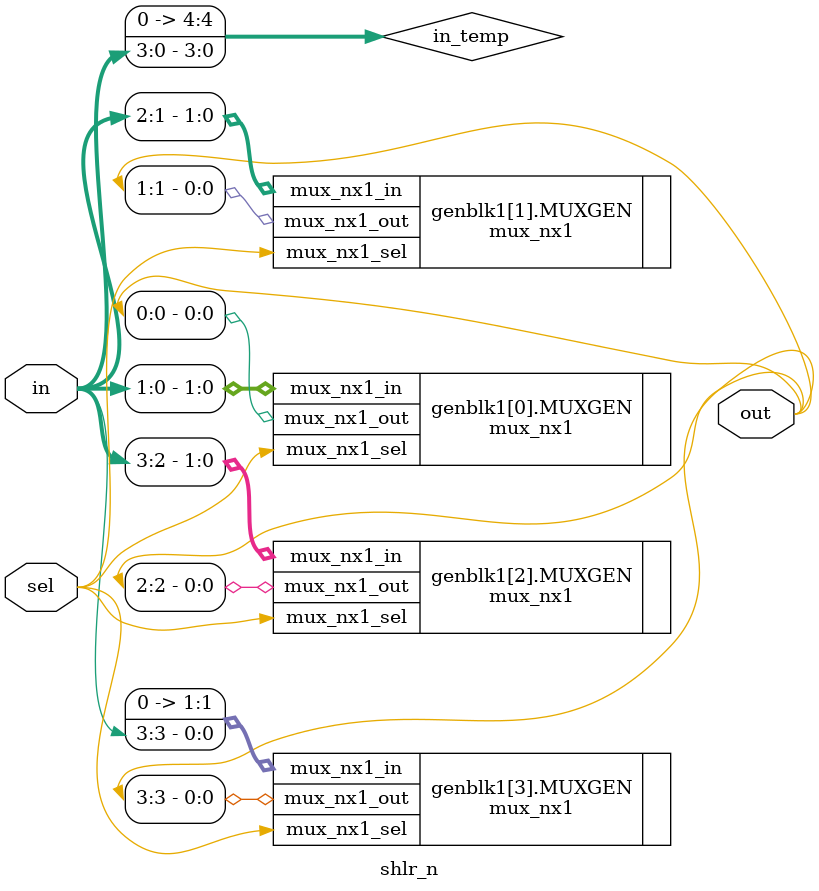
<source format=v>
`timescale 1ns / 1ps
module shlr_n #(parameter SIZE = 4) (
    input sel,
    input [SIZE-1:0] in,
    output [SIZE-1:0] out
    );
    
    wire [SIZE:0] in_temp;
    assign in_temp = in;
    assign in_temp[4] = 0;
    
    genvar i;
    generate
        for (i=0; i<SIZE; i=i+1)
        begin
            mux_nx1 #(.SIZE(2)) MUXGEN (
                .mux_nx1_sel(sel),
                .mux_nx1_in({in_temp[i+1],in_temp[i]}),
                .mux_nx1_out(out[i])
            );
        end 
    endgenerate
endmodule

</source>
